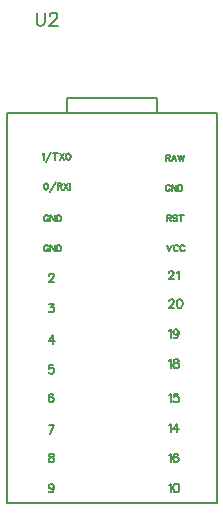
<source format=gto>
G04 Layer: TopSilkscreenLayer*
G04 EasyEDA v6.5.47, 2024-10-10 17:33:07*
G04 2650b285be984398968929de45cde97e,02b1cd47abf14eeea88f237cf3128960,10*
G04 Gerber Generator version 0.2*
G04 Scale: 100 percent, Rotated: No, Reflected: No *
G04 Dimensions in millimeters *
G04 leading zeros omitted , absolute positions ,4 integer and 5 decimal *
%FSLAX45Y45*%
%MOMM*%

%ADD10C,0.1524*%
%ADD11C,0.2032*%
%ADD12C,0.2032*%

%LPD*%
D10*
X1460500Y17247616D02*
G01*
X1460500Y17169637D01*
X1465579Y17154144D01*
X1475994Y17143729D01*
X1491742Y17138650D01*
X1502155Y17138650D01*
X1517650Y17143729D01*
X1528063Y17154144D01*
X1533144Y17169637D01*
X1533144Y17247616D01*
X1572768Y17221708D02*
G01*
X1572768Y17226787D01*
X1577847Y17237202D01*
X1583181Y17242536D01*
X1593595Y17247616D01*
X1614170Y17247616D01*
X1624584Y17242536D01*
X1629918Y17237202D01*
X1634997Y17226787D01*
X1634997Y17216374D01*
X1629918Y17205960D01*
X1619504Y17190466D01*
X1567434Y17138650D01*
X1640331Y17138650D01*
X2578100Y13248386D02*
G01*
X2584958Y13251942D01*
X2595372Y13262355D01*
X2595372Y13189457D01*
X2639059Y13262355D02*
G01*
X2628645Y13258800D01*
X2621788Y13248386D01*
X2618231Y13231113D01*
X2618231Y13220700D01*
X2621788Y13203428D01*
X2628645Y13193013D01*
X2639059Y13189457D01*
X2645918Y13189457D01*
X2656331Y13193013D01*
X2663190Y13203428D01*
X2666745Y13220700D01*
X2666745Y13231113D01*
X2663190Y13248386D01*
X2656331Y13258800D01*
X2645918Y13262355D01*
X2639059Y13262355D01*
X2578100Y13502386D02*
G01*
X2584958Y13505942D01*
X2595372Y13516355D01*
X2595372Y13443457D01*
X2659888Y13505942D02*
G01*
X2656331Y13512800D01*
X2645918Y13516355D01*
X2639059Y13516355D01*
X2628645Y13512800D01*
X2621788Y13502386D01*
X2618231Y13485113D01*
X2618231Y13467842D01*
X2621788Y13453871D01*
X2628645Y13447013D01*
X2639059Y13443457D01*
X2642615Y13443457D01*
X2653029Y13447013D01*
X2659888Y13453871D01*
X2663190Y13464286D01*
X2663190Y13467842D01*
X2659888Y13478255D01*
X2653029Y13485113D01*
X2642615Y13488670D01*
X2639059Y13488670D01*
X2628645Y13485113D01*
X2621788Y13478255D01*
X2618231Y13467842D01*
X2578100Y13756386D02*
G01*
X2584958Y13759942D01*
X2595372Y13770355D01*
X2595372Y13697457D01*
X2653029Y13770355D02*
G01*
X2618231Y13721842D01*
X2670302Y13721842D01*
X2653029Y13770355D02*
G01*
X2653029Y13697457D01*
X2578100Y14010386D02*
G01*
X2584958Y14013942D01*
X2595372Y14024355D01*
X2595372Y13951457D01*
X2659888Y14024355D02*
G01*
X2625090Y14024355D01*
X2621788Y13993113D01*
X2625090Y13996670D01*
X2635504Y13999971D01*
X2645918Y13999971D01*
X2656331Y13996670D01*
X2663190Y13989557D01*
X2666745Y13979144D01*
X2666745Y13972286D01*
X2663190Y13961871D01*
X2656331Y13955013D01*
X2645918Y13951457D01*
X2635504Y13951457D01*
X2625090Y13955013D01*
X2621788Y13958570D01*
X2618231Y13965428D01*
X2578100Y14299692D02*
G01*
X2584958Y14303247D01*
X2595372Y14313662D01*
X2595372Y14240763D01*
X2635504Y14313662D02*
G01*
X2625090Y14310105D01*
X2621788Y14303247D01*
X2621788Y14296389D01*
X2625090Y14289278D01*
X2632202Y14285976D01*
X2645918Y14282420D01*
X2656331Y14278863D01*
X2663190Y14272005D01*
X2666745Y14265147D01*
X2666745Y14254734D01*
X2663190Y14247876D01*
X2659888Y14244320D01*
X2649474Y14240763D01*
X2635504Y14240763D01*
X2625090Y14244320D01*
X2621788Y14247876D01*
X2618231Y14254734D01*
X2618231Y14265147D01*
X2621788Y14272005D01*
X2628645Y14278863D01*
X2639059Y14282420D01*
X2653029Y14285976D01*
X2659888Y14289278D01*
X2663190Y14296389D01*
X2663190Y14303247D01*
X2659888Y14310105D01*
X2649474Y14313662D01*
X2635504Y14313662D01*
X2578100Y14553692D02*
G01*
X2584958Y14557247D01*
X2595372Y14567662D01*
X2595372Y14494763D01*
X2663190Y14543278D02*
G01*
X2659888Y14532863D01*
X2653029Y14526005D01*
X2642615Y14522450D01*
X2639059Y14522450D01*
X2628645Y14526005D01*
X2621788Y14532863D01*
X2618231Y14543278D01*
X2618231Y14546834D01*
X2621788Y14557247D01*
X2628645Y14564105D01*
X2639059Y14567662D01*
X2642615Y14567662D01*
X2653029Y14564105D01*
X2659888Y14557247D01*
X2663190Y14543278D01*
X2663190Y14526005D01*
X2659888Y14508734D01*
X2653029Y14498320D01*
X2642615Y14494763D01*
X2635504Y14494763D01*
X2625090Y14498320D01*
X2621788Y14505178D01*
X2581656Y14804389D02*
G01*
X2581656Y14807692D01*
X2584958Y14814550D01*
X2588513Y14818105D01*
X2595372Y14821662D01*
X2609341Y14821662D01*
X2616200Y14818105D01*
X2619756Y14814550D01*
X2623058Y14807692D01*
X2623058Y14800834D01*
X2619756Y14793976D01*
X2612643Y14783562D01*
X2578100Y14748763D01*
X2626613Y14748763D01*
X2670302Y14821662D02*
G01*
X2659888Y14818105D01*
X2653029Y14807692D01*
X2649474Y14790420D01*
X2649474Y14780005D01*
X2653029Y14762734D01*
X2659888Y14752320D01*
X2670302Y14748763D01*
X2677159Y14748763D01*
X2687574Y14752320D01*
X2694431Y14762734D01*
X2697988Y14780005D01*
X2697988Y14790420D01*
X2694431Y14807692D01*
X2687574Y14818105D01*
X2677159Y14821662D01*
X2670302Y14821662D01*
X2581656Y15045689D02*
G01*
X2581656Y15048992D01*
X2584958Y15055850D01*
X2588513Y15059405D01*
X2595372Y15062962D01*
X2609341Y15062962D01*
X2616200Y15059405D01*
X2619756Y15055850D01*
X2623058Y15048992D01*
X2623058Y15042134D01*
X2619756Y15035276D01*
X2612643Y15024862D01*
X2578100Y14990063D01*
X2626613Y14990063D01*
X2649474Y15048992D02*
G01*
X2656331Y15052547D01*
X2666745Y15062962D01*
X2666745Y14990063D01*
X2565400Y15283179D02*
G01*
X2585720Y15229839D01*
X2606040Y15283179D02*
G01*
X2585720Y15229839D01*
X2660904Y15270479D02*
G01*
X2658363Y15275560D01*
X2653284Y15280639D01*
X2648204Y15283179D01*
X2638043Y15283179D01*
X2632963Y15280639D01*
X2627884Y15275560D01*
X2625343Y15270479D01*
X2622804Y15262860D01*
X2622804Y15250160D01*
X2625343Y15242539D01*
X2627884Y15237460D01*
X2632963Y15232379D01*
X2638043Y15229839D01*
X2648204Y15229839D01*
X2653284Y15232379D01*
X2658363Y15237460D01*
X2660904Y15242539D01*
X2715768Y15270479D02*
G01*
X2713227Y15275560D01*
X2708147Y15280639D01*
X2703068Y15283179D01*
X2692908Y15283179D01*
X2687827Y15280639D01*
X2682747Y15275560D01*
X2680208Y15270479D01*
X2677668Y15262860D01*
X2677668Y15250160D01*
X2680208Y15242539D01*
X2682747Y15237460D01*
X2687827Y15232379D01*
X2692908Y15229839D01*
X2703068Y15229839D01*
X2708147Y15232379D01*
X2713227Y15237460D01*
X2715768Y15242539D01*
X2565400Y15537179D02*
G01*
X2565400Y15483839D01*
X2565400Y15537179D02*
G01*
X2588259Y15537179D01*
X2595879Y15534639D01*
X2598420Y15532100D01*
X2600959Y15527020D01*
X2600959Y15521939D01*
X2598420Y15516860D01*
X2595879Y15514320D01*
X2588259Y15511779D01*
X2565400Y15511779D01*
X2583179Y15511779D02*
G01*
X2600959Y15483839D01*
X2653284Y15529560D02*
G01*
X2648204Y15534639D01*
X2640584Y15537179D01*
X2630424Y15537179D01*
X2622804Y15534639D01*
X2617724Y15529560D01*
X2617724Y15524479D01*
X2620263Y15519400D01*
X2622804Y15516860D01*
X2627884Y15514320D01*
X2643124Y15509239D01*
X2648204Y15506700D01*
X2650743Y15504160D01*
X2653284Y15499079D01*
X2653284Y15491460D01*
X2648204Y15486379D01*
X2640584Y15483839D01*
X2630424Y15483839D01*
X2622804Y15486379D01*
X2617724Y15491460D01*
X2687827Y15537179D02*
G01*
X2687827Y15483839D01*
X2670047Y15537179D02*
G01*
X2705608Y15537179D01*
X2590800Y15778479D02*
G01*
X2588259Y15783560D01*
X2583179Y15788639D01*
X2578100Y15791179D01*
X2567940Y15791179D01*
X2562859Y15788639D01*
X2557779Y15783560D01*
X2555240Y15778479D01*
X2552700Y15770860D01*
X2552700Y15758160D01*
X2555240Y15750539D01*
X2557779Y15745460D01*
X2562859Y15740379D01*
X2567940Y15737839D01*
X2578100Y15737839D01*
X2583179Y15740379D01*
X2588259Y15745460D01*
X2590800Y15750539D01*
X2590800Y15758160D01*
X2578100Y15758160D02*
G01*
X2590800Y15758160D01*
X2607563Y15791179D02*
G01*
X2607563Y15737839D01*
X2607563Y15791179D02*
G01*
X2643124Y15737839D01*
X2643124Y15791179D02*
G01*
X2643124Y15737839D01*
X2659888Y15791179D02*
G01*
X2659888Y15737839D01*
X2659888Y15791179D02*
G01*
X2677668Y15791179D01*
X2685288Y15788639D01*
X2690368Y15783560D01*
X2692908Y15778479D01*
X2695447Y15770860D01*
X2695447Y15758160D01*
X2692908Y15750539D01*
X2690368Y15745460D01*
X2685288Y15740379D01*
X2677668Y15737839D01*
X2659888Y15737839D01*
X2552700Y16045179D02*
G01*
X2552700Y15991839D01*
X2552700Y16045179D02*
G01*
X2575559Y16045179D01*
X2583179Y16042639D01*
X2585720Y16040100D01*
X2588259Y16035020D01*
X2588259Y16029939D01*
X2585720Y16024860D01*
X2583179Y16022320D01*
X2575559Y16019779D01*
X2552700Y16019779D01*
X2570479Y16019779D02*
G01*
X2588259Y15991839D01*
X2625343Y16045179D02*
G01*
X2605024Y15991839D01*
X2625343Y16045179D02*
G01*
X2645663Y15991839D01*
X2612643Y16009620D02*
G01*
X2638043Y16009620D01*
X2662427Y16045179D02*
G01*
X2675127Y15991839D01*
X2687827Y16045179D02*
G01*
X2675127Y15991839D01*
X2687827Y16045179D02*
G01*
X2700527Y15991839D01*
X2713227Y16045179D02*
G01*
X2700527Y15991839D01*
X1511300Y16048228D02*
G01*
X1516379Y16050768D01*
X1524000Y16058387D01*
X1524000Y16005047D01*
X1586484Y16068547D02*
G01*
X1540763Y15987268D01*
X1621028Y16058387D02*
G01*
X1621028Y16005047D01*
X1603247Y16058387D02*
G01*
X1638807Y16058387D01*
X1655571Y16058387D02*
G01*
X1691131Y16005047D01*
X1691131Y16058387D02*
G01*
X1655571Y16005047D01*
X1723136Y16058387D02*
G01*
X1718055Y16055847D01*
X1712976Y16050768D01*
X1710436Y16045687D01*
X1707895Y16038068D01*
X1707895Y16025368D01*
X1710436Y16017747D01*
X1712976Y16012668D01*
X1718055Y16007587D01*
X1723136Y16005047D01*
X1733295Y16005047D01*
X1738376Y16007587D01*
X1743455Y16012668D01*
X1745995Y16017747D01*
X1748536Y16025368D01*
X1748536Y16038068D01*
X1745995Y16045687D01*
X1743455Y16050768D01*
X1738376Y16055847D01*
X1733295Y16058387D01*
X1723136Y16058387D01*
X1539239Y15804387D02*
G01*
X1531620Y15801847D01*
X1526539Y15794228D01*
X1524000Y15781528D01*
X1524000Y15773907D01*
X1526539Y15761207D01*
X1531620Y15753587D01*
X1539239Y15751047D01*
X1544320Y15751047D01*
X1551939Y15753587D01*
X1557020Y15761207D01*
X1559560Y15773907D01*
X1559560Y15781528D01*
X1557020Y15794228D01*
X1551939Y15801847D01*
X1544320Y15804387D01*
X1539239Y15804387D01*
X1622044Y15814547D02*
G01*
X1576323Y15733268D01*
X1638807Y15804387D02*
G01*
X1638807Y15751047D01*
X1638807Y15804387D02*
G01*
X1661668Y15804387D01*
X1669287Y15801847D01*
X1671828Y15799307D01*
X1674368Y15794228D01*
X1674368Y15789147D01*
X1671828Y15784068D01*
X1669287Y15781528D01*
X1661668Y15778987D01*
X1638807Y15778987D01*
X1656587Y15778987D02*
G01*
X1674368Y15751047D01*
X1691131Y15804387D02*
G01*
X1726692Y15751047D01*
X1726692Y15804387D02*
G01*
X1691131Y15751047D01*
X1743455Y15804387D02*
G01*
X1743455Y15751047D01*
X1562100Y15524479D02*
G01*
X1559560Y15529560D01*
X1554479Y15534639D01*
X1549400Y15537179D01*
X1539239Y15537179D01*
X1534160Y15534639D01*
X1529079Y15529560D01*
X1526539Y15524479D01*
X1524000Y15516860D01*
X1524000Y15504160D01*
X1526539Y15496539D01*
X1529079Y15491460D01*
X1534160Y15486379D01*
X1539239Y15483839D01*
X1549400Y15483839D01*
X1554479Y15486379D01*
X1559560Y15491460D01*
X1562100Y15496539D01*
X1562100Y15504160D01*
X1549400Y15504160D02*
G01*
X1562100Y15504160D01*
X1578863Y15537179D02*
G01*
X1578863Y15483839D01*
X1578863Y15537179D02*
G01*
X1614423Y15483839D01*
X1614423Y15537179D02*
G01*
X1614423Y15483839D01*
X1631187Y15537179D02*
G01*
X1631187Y15483839D01*
X1631187Y15537179D02*
G01*
X1648968Y15537179D01*
X1656587Y15534639D01*
X1661668Y15529560D01*
X1664207Y15524479D01*
X1666747Y15516860D01*
X1666747Y15504160D01*
X1664207Y15496539D01*
X1661668Y15491460D01*
X1656587Y15486379D01*
X1648968Y15483839D01*
X1631187Y15483839D01*
X1562100Y15270479D02*
G01*
X1559560Y15275560D01*
X1554479Y15280639D01*
X1549400Y15283179D01*
X1539239Y15283179D01*
X1534160Y15280639D01*
X1529079Y15275560D01*
X1526539Y15270479D01*
X1524000Y15262860D01*
X1524000Y15250160D01*
X1526539Y15242539D01*
X1529079Y15237460D01*
X1534160Y15232379D01*
X1539239Y15229839D01*
X1549400Y15229839D01*
X1554479Y15232379D01*
X1559560Y15237460D01*
X1562100Y15242539D01*
X1562100Y15250160D01*
X1549400Y15250160D02*
G01*
X1562100Y15250160D01*
X1578863Y15283179D02*
G01*
X1578863Y15229839D01*
X1578863Y15283179D02*
G01*
X1614423Y15229839D01*
X1614423Y15283179D02*
G01*
X1614423Y15229839D01*
X1631187Y15283179D02*
G01*
X1631187Y15229839D01*
X1631187Y15283179D02*
G01*
X1648968Y15283179D01*
X1656587Y15280639D01*
X1661668Y15275560D01*
X1664207Y15270479D01*
X1666747Y15262860D01*
X1666747Y15250160D01*
X1664207Y15242539D01*
X1661668Y15237460D01*
X1656587Y15232379D01*
X1648968Y15229839D01*
X1631187Y15229839D01*
X1565655Y15022829D02*
G01*
X1565655Y15026386D01*
X1568957Y15033244D01*
X1572513Y15036800D01*
X1579371Y15040355D01*
X1593342Y15040355D01*
X1600200Y15036800D01*
X1603755Y15033244D01*
X1607057Y15026386D01*
X1607057Y15019528D01*
X1603755Y15012670D01*
X1596644Y15002255D01*
X1562100Y14967457D01*
X1610613Y14967457D01*
X1568957Y14786355D02*
G01*
X1607057Y14786355D01*
X1586229Y14758670D01*
X1596644Y14758670D01*
X1603755Y14755113D01*
X1607057Y14751557D01*
X1610613Y14741144D01*
X1610613Y14734286D01*
X1607057Y14723871D01*
X1600200Y14717013D01*
X1589786Y14713457D01*
X1579371Y14713457D01*
X1568957Y14717013D01*
X1565655Y14720570D01*
X1562100Y14727428D01*
X1596644Y14519655D02*
G01*
X1562100Y14471142D01*
X1614170Y14471142D01*
X1596644Y14519655D02*
G01*
X1596644Y14446757D01*
X1603755Y14265655D02*
G01*
X1568957Y14265655D01*
X1565655Y14234413D01*
X1568957Y14237970D01*
X1579371Y14241271D01*
X1589786Y14241271D01*
X1600200Y14237970D01*
X1607057Y14230857D01*
X1610613Y14220444D01*
X1610613Y14213586D01*
X1607057Y14203171D01*
X1600200Y14196313D01*
X1589786Y14192757D01*
X1579371Y14192757D01*
X1568957Y14196313D01*
X1565655Y14199870D01*
X1562100Y14206728D01*
X1603755Y14013942D02*
G01*
X1600200Y14020800D01*
X1589786Y14024355D01*
X1582928Y14024355D01*
X1572513Y14020800D01*
X1565655Y14010386D01*
X1562100Y13993113D01*
X1562100Y13975842D01*
X1565655Y13961871D01*
X1572513Y13955013D01*
X1582928Y13951457D01*
X1586229Y13951457D01*
X1596644Y13955013D01*
X1603755Y13961871D01*
X1607057Y13972286D01*
X1607057Y13975842D01*
X1603755Y13986255D01*
X1596644Y13993113D01*
X1586229Y13996670D01*
X1582928Y13996670D01*
X1572513Y13993113D01*
X1565655Y13986255D01*
X1562100Y13975842D01*
X1610613Y13757655D02*
G01*
X1576070Y13684757D01*
X1562100Y13757655D02*
G01*
X1610613Y13757655D01*
X1579371Y13516355D02*
G01*
X1568957Y13512800D01*
X1565655Y13505942D01*
X1565655Y13498829D01*
X1568957Y13491971D01*
X1576070Y13488670D01*
X1589786Y13485113D01*
X1600200Y13481557D01*
X1607057Y13474700D01*
X1610613Y13467842D01*
X1610613Y13457428D01*
X1607057Y13450570D01*
X1603755Y13447013D01*
X1593342Y13443457D01*
X1579371Y13443457D01*
X1568957Y13447013D01*
X1565655Y13450570D01*
X1562100Y13457428D01*
X1562100Y13467842D01*
X1565655Y13474700D01*
X1572513Y13481557D01*
X1582928Y13485113D01*
X1596644Y13488670D01*
X1603755Y13491971D01*
X1607057Y13498829D01*
X1607057Y13505942D01*
X1603755Y13512800D01*
X1593342Y13516355D01*
X1579371Y13516355D01*
X1607057Y13237971D02*
G01*
X1603755Y13227557D01*
X1596644Y13220700D01*
X1586229Y13217144D01*
X1582928Y13217144D01*
X1572513Y13220700D01*
X1565655Y13227557D01*
X1562100Y13237971D01*
X1562100Y13241528D01*
X1565655Y13251942D01*
X1572513Y13258800D01*
X1582928Y13262355D01*
X1586229Y13262355D01*
X1596644Y13258800D01*
X1603755Y13251942D01*
X1607057Y13237971D01*
X1607057Y13220700D01*
X1603755Y13203428D01*
X1596644Y13193013D01*
X1586229Y13189457D01*
X1579371Y13189457D01*
X1568957Y13193013D01*
X1565655Y13199871D01*
D11*
X1206500Y16395700D02*
G01*
X1206500Y13093700D01*
X2984500Y13093700D01*
X2984500Y16395700D01*
X1206500Y16395700D01*
D12*
X1714500Y16395700D02*
G01*
X1714500Y16522700D01*
X1714500Y16522700D02*
G01*
X2476500Y16522700D01*
X2476500Y16522700D02*
G01*
X2476500Y16395700D01*
M02*

</source>
